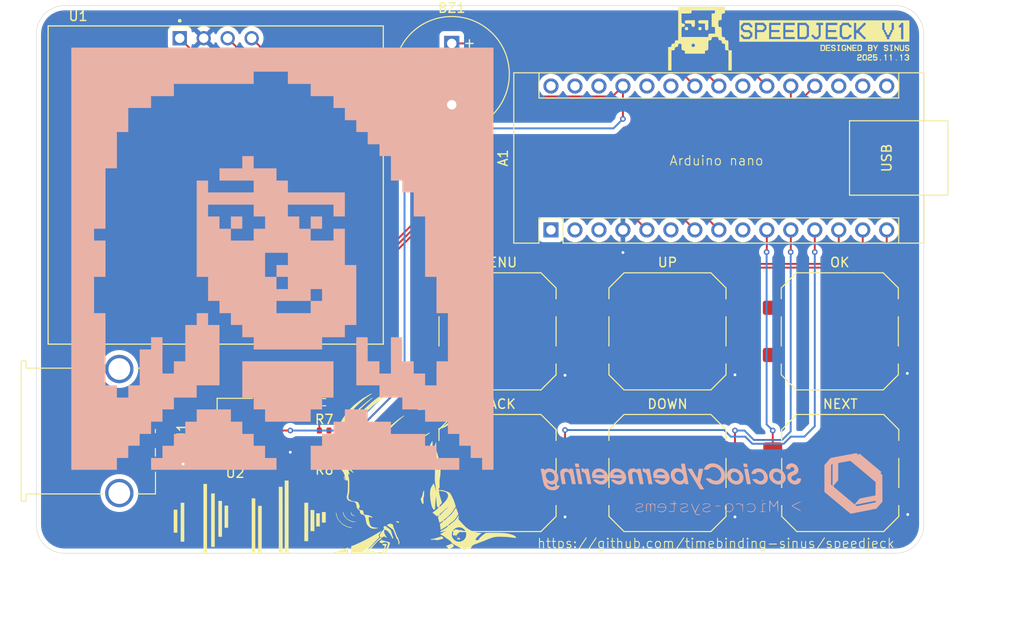
<source format=kicad_pcb>
(kicad_pcb (version 20241229) (generator "pcbnew") (generator_version "9.0")
  (title_block (title "CYBERNATOR's MODULE [Sensor]") (date "2025-09-16") (rev "1") (company "SOCIO-CYBEREENG") (comment 1 "CYBERNATOR") (comment 2 "S5-v1") (comment 3 "Made by CERCEL") (comment 4 "Sensor of Voice"))
  (layers (0 "F.Cu" signal) (2 "B.Cu" signal) (13 "F.Paste" user) (15 "B.Paste" user) (5 "F.SilkS" user "F.Silkscreen") (7 "B.SilkS" user "B.Silkscreen") (1 "F.Mask" user) (3 "B.Mask" user) (25 "Edge.Cuts" user))
  (net 0 "")
  (net 1 "GND")
  (net 2 "Net-(D1-A)")
  (net 3 "Net-(D2-A)")
  (net 7 "D2")
  (net 10 "D10")
  (net 11 "A1")
  (net 12 "A5")
  (net 13 "D8")
  (net 14 "A2")
  (net 17 "D9")
  (net 19 "+3.3V")
  (net 20 "D11")
  (net 23 "D12")
  (net 25 "D7")
  (net 26 "A0")
  (net 27 "D4")
  (net 31 "D5")
  (net 32 "A4")
  (net 33 "/Data-")
  (net 36 "/Data+")
  (net 37 "Net-(J1-VBUS)")
  (footprint "LED_SMD:LED_0402_1005Metric" (layer "F.Cu") (at 146.78 59.25)
    (property "Reference" "D1" (at 0 -1.17 0) (layer "F.SilkS"))
    (property "Value" "LED")
    (pad "1" smd roundrect (at -0.485 0) (size 0.59 0.64) (layers "F.Cu" "F.Mask" "F.Paste") (net 1 "GND"))
    (pad "2" smd roundrect (at 0.485 0) (size 0.59 0.64) (layers "F.Cu" "F.Mask" "F.Paste") (net 2 "Net-(D1-A)"))
  )
  (footprint "Resistor_SMD:R_0402_1005Metric" (layer "F.Cu") (at 135.49 82)
    (property "Reference" "R1" (at 0 -1.17 0) (layer "F.SilkS"))
    (property "Value" "2K2")
    (pad "1" smd roundrect (at -0.51 0) (size 0.54 0.64) (layers "F.Cu" "F.Mask" "F.Paste") (net 33 "/Data-"))
    (pad "2" smd roundrect (at 0.51 0) (size 0.54 0.64) (layers "F.Cu" "F.Mask" "F.Paste") (net 31 "D5"))
  )
  (footprint "SC:LCD_OLED_128X64_1.3_I2C" (layer "F.Cu") (at 124 59)
    (property "Reference" "U1" (at -14.575 -17.885 0) (layer "F.SilkS"))
    (property "Value" "Adafruit SSD1306 1.3 inch")
    (pad "1" thru_hole rect (at -3.81 -15.55) (size 1.508 1.508) (drill 1) (layers "*.Cu" "*.Mask") (net 19 "+3.3V"))
    (pad "2" thru_hole circle (at -1.27 -15.55) (size 1.508 1.508) (drill 1) (layers "*.Cu" "*.Mask") (net 1 "GND"))
    (pad "3" thru_hole circle (at 1.27 -15.55) (size 1.508 1.508) (drill 1) (layers "*.Cu" "*.Mask") (net 12 "A5"))
    (pad "4" thru_hole circle (at 3.81 -15.55) (size 1.508 1.508) (drill 1) (layers "*.Cu" "*.Mask") (net 32 "A4"))
  )
  (footprint "Resistor_SMD:R_0402_1005Metric" (layer "F.Cu") (at 149.27 59.25)
    (property "Reference" "R3" (at 0 -1.17 0) (layer "F.SilkS"))
    (property "Value" "1K")
    (pad "1" smd roundrect (at -0.51 0) (size 0.54 0.64) (layers "F.Cu" "F.Mask" "F.Paste") (net 2 "Net-(D1-A)"))
    (pad "2" smd roundrect (at 0.51 0) (size 0.54 0.64) (layers "F.Cu" "F.Mask" "F.Paste") (net 26 "A0"))
  )
  (footprint "Button_Switch_SMD:SW_Push_1P1T_NO_CK_PTS125Sx73SMTR" (layer "F.Cu") (at 171.85 74.5)
    (property "Reference" "UP" (at 0 -7.3 0) (layer "F.SilkS"))
    (property "Value" "SW_Push")
    (pad "1" smd roundrect (at -7.15 -2.5) (size 2 1.5) (layers "F.Cu" "F.Mask" "F.Paste") (roundrect_rratio 0.1666666667))
    (pad "1" smd roundrect (at 7.15 -2.5) (size 2 1.5) (layers "F.Cu" "F.Mask" "F.Paste") (roundrect_rratio 0.1666666667) (net 20 "D11"))
    (pad "2" smd roundrect (at -7.15 2.5) (size 2 1.5) (layers "F.Cu" "F.Mask" "F.Paste") (roundrect_rratio 0.1666666667))
    (pad "2" smd roundrect (at 7.15 2.5) (size 2 1.5) (layers "F.Cu" "F.Mask" "F.Paste") (roundrect_rratio 0.1666666667) (net 1 "GND"))
  )
  (footprint "Module:Arduino_Nano" (layer "F.Cu") (at 159.512 63.754 90)
    (property "Reference" "A1" (at 7.62 -5.08 90) (layer "F.SilkS"))
    (property "Value" "Arduino_Nano_v3.x")
    (fp_text user "USB" (at 7.62 35.56 90) (layer "F.SilkS"))
    (pad "1" thru_hole rect (at 0 0 90) (size 1.6 1.6) (drill 1) (layers "*.Cu" "*.Mask"))
    (pad "2" thru_hole oval (at 0 2.54 90) (size 1.6 1.6) (drill 1) (layers "*.Cu" "*.Mask"))
    (pad "3" thru_hole oval (at 0 5.08 90) (size 1.6 1.6) (drill 1) (layers "*.Cu" "*.Mask"))
    (pad "4" thru_hole oval (at 0 7.62 90) (size 1.6 1.6) (drill 1) (layers "*.Cu" "*.Mask") (net 1 "GND"))
    (pad "5" thru_hole oval (at 0 10.16 90) (size 1.6 1.6) (drill 1) (layers "*.Cu" "*.Mask") (net 7 "D2"))
    (pad "6" thru_hole oval (at 0 12.7 90) (size 1.6 1.6) (drill 1) (layers "*.Cu" "*.Mask"))
    (pad "7" thru_hole oval (at 0 15.24 90) (size 1.6 1.6) (drill 1) (layers "*.Cu" "*.Mask") (net 27 "D4"))
    (pad "8" thru_hole oval (at 0 17.78 90) (size 1.6 1.6) (drill 1) (layers "*.Cu" "*.Mask") (net 31 "D5"))
    (pad "9" thru_hole oval (at 0 20.32 90) (size 1.6 1.6) (drill 1) (layers "*.Cu" "*.Mask"))
    (pad "10" thru_hole oval (at 0 22.86 90) (size 1.6 1.6) (drill 1) (layers "*.Cu" "*.Mask") (net 25 "D7"))
    (pad "11" thru_hole oval (at 0 25.4 90) (size 1.6 1.6) (drill 1) (layers "*.Cu" "*.Mask") (net 13 "D8"))
    (pad "12" thru_hole oval (at 0 27.94 90) (size 1.6 1.6) (drill 1) (layers "*.Cu" "*.Mask") (net 17 "D9"))
    (pad "13" thru_hole oval (at 0 30.48 90) (size 1.6 1.6) (drill 1) (layers "*.Cu" "*.Mask") (net 10 "D10"))
    (pad "14" thru_hole oval (at 0 33.02 90) (size 1.6 1.6) (drill 1) (layers "*.Cu" "*.Mask") (net 20 "D11"))
    (pad "15" thru_hole oval (at 0 35.56 90) (size 1.6 1.6) (drill 1) (layers "*.Cu" "*.Mask") (net 23 "D12"))
    (pad "16" thru_hole oval (at 15.24 35.56 90) (size 1.6 1.6) (drill 1) (layers "*.Cu" "*.Mask"))
    (pad "17" thru_hole oval (at 15.24 33.02 90) (size 1.6 1.6) (drill 1) (layers "*.Cu" "*.Mask"))
    (pad "18" thru_hole oval (at 15.24 30.48 90) (size 1.6 1.6) (drill 1) (layers "*.Cu" "*.Mask"))
    (pad "19" thru_hole oval (at 15.24 27.94 90) (size 1.6 1.6) (drill 1) (layers "*.Cu" "*.Mask") (net 26 "A0"))
    (pad "20" thru_hole oval (at 15.24 25.4 90) (size 1.6 1.6) (drill 1) (layers "*.Cu" "*.Mask") (net 11 "A1"))
    (pad "21" thru_hole oval (at 15.24 22.86 90) (size 1.6 1.6) (drill 1) (layers "*.Cu" "*.Mask") (net 14 "A2"))
    (pad "22" thru_hole oval (at 15.24 20.32 90) (size 1.6 1.6) (drill 1) (layers "*.Cu" "*.Mask"))
    (pad "23" thru_hole oval (at 15.24 17.78 90) (size 1.6 1.6) (drill 1) (layers "*.Cu" "*.Mask") (net 32 "A4"))
    (pad "24" thru_hole oval (at 15.24 15.24 90) (size 1.6 1.6) (drill 1) (layers "*.Cu" "*.Mask") (net 12 "A5"))
    (pad "25" thru_hole oval (at 15.24 12.7 90) (size 1.6 1.6) (drill 1) (layers "*.Cu" "*.Mask"))
    (pad "26" thru_hole oval (at 15.24 10.16 90) (size 1.6 1.6) (drill 1) (layers "*.Cu" "*.Mask"))
    (pad "27" thru_hole oval (at 15.24 7.62 90) (size 1.6 1.6) (drill 1) (layers "*.Cu" "*.Mask") (net 19 "+3.3V"))
    (pad "28" thru_hole oval (at 15.24 5.08 90) (size 1.6 1.6) (drill 1) (layers "*.Cu" "*.Mask"))
    (pad "29" thru_hole oval (at 15.24 2.54 90) (size 1.6 1.6) (drill 1) (layers "*.Cu" "*.Mask"))
    (pad "30" thru_hole oval (at 15.24 0 90) (size 1.6 1.6) (drill 1) (layers "*.Cu" "*.Mask"))
  )
  (footprint "Logos:SpeedJeck1v_add" (layer "F.Cu") (at 188.456289 44.141672)
    (property "Reference" "G***" (hide yes))
    (property "Value" "LOGO" (hide yes))
  )
  (footprint "Resistor_SMD:R_0402_1005Metric" (layer "F.Cu") (at 135.51 88 180)
    (property "Reference" "R8" (at 0 -1.17 0) (layer "F.SilkS"))
    (property "Value" "68")
    (pad "1" smd roundrect (at -0.51 0 180) (size 0.54 0.64) (layers "F.Cu" "F.Mask" "F.Paste") (net 7 "D2"))
    (pad "2" smd roundrect (at 0.51 0 180) (size 0.54 0.64) (layers "F.Cu" "F.Mask" "F.Paste") (net 36 "/Data+"))
  )
  (footprint "Connector_USB:USB_A_TE_292303-7_Horizontal" (layer "F.Cu") (at 111.092 85.056 -90)
    (property "Reference" "J1" (at 0 -9.348 90) (layer "F.SilkS"))
    (property "Value" "USB_A")
    (pad "1" smd rect (at -3.5 -6.38 270) (size 1.25 3) (layers "F.Cu" "F.Mask" "F.Paste") (net 37 "Net-(J1-VBUS)"))
    (pad "2" smd rect (at -1 -6.38 270) (size 1.25 3) (layers "F.Cu" "F.Mask" "F.Paste") (net 33 "/Data-"))
    (pad "3" smd rect (at 1 -6.38 270) (size 1.25 3) (layers "F.Cu" "F.Mask" "F.Paste") (net 36 "/Data+"))
    (pad "4" smd rect (at 3.5 -6.38 270) (size 1.25 3) (layers "F.Cu" "F.Mask" "F.Paste") (net 1 "GND"))
    (pad "5" thru_hole circle (at -6.57 -2.7 270) (size 3 3) (drill 2.3) (property pad_prop_heatsink) (layers "*.Cu" "*.Mask"))
    (pad "5" thru_hole circle (at 6.57 -2.7 270) (size 3 3) (drill 2.3) (property pad_prop_heatsink) (layers "*.Cu" "*.Mask"))
  )
  (footprint "Resistor_SMD:R_0402_1005Metric" (layer "F.Cu") (at 135.49 85)
    (property "Reference" "R7" (at 0 -1.17 0) (layer "F.SilkS"))
    (property "Value" "68")
    (pad "1" smd roundrect (at -0.51 0) (size 0.54 0.64) (layers "F.Cu" "F.Mask" "F.Paste") (net 33 "/Data-"))
    (pad "2" smd roundrect (at 0.51 0) (size 0.54 0.64) (layers "F.Cu" "F.Mask" "F.Paste") (net 27 "D4"))
  )
  (footprint "Resistor_SMD:R_0402_1005Metric" (layer "F.Cu") (at 149.26 57)
    (property "Reference" "R2" (at 0 -1.17 0) (layer "F.SilkS"))
    (property "Value" "1K")
    (pad "1" smd roundrect (at -0.51 0) (size 0.54 0.64) (layers "F.Cu" "F.Mask" "F.Paste") (net 3 "Net-(D2-A)"))
    (pad "2" smd roundrect (at 0.51 0) (size 0.54 0.64) (layers "F.Cu" "F.Mask" "F.Paste") (net 11 "A1"))
  )
  (footprint "Button_Switch_SMD:SW_Push_1P1T_NO_CK_PTS125Sx73SMTR" (layer "F.Cu") (at 153.85 89.5)
    (property "Reference" "BACK" (at 0 -7.3 0) (layer "F.SilkS"))
    (property "Value" "SW_Push")
    (pad "1" smd roundrect (at -7.15 -2.5) (size 2 1.5) (layers "F.Cu" "F.Mask" "F.Paste") (roundrect_rratio 0.1666666667))
    (pad "1" smd roundrect (at 7.15 -2.5) (size 2 1.5) (layers "F.Cu" "F.Mask" "F.Paste") (roundrect_rratio 0.1666666667) (net 17 "D9"))
    (pad "2" smd roundrect (at -7.15 2.5) (size 2 1.5) (layers "F.Cu" "F.Mask" "F.Paste") (roundrect_rratio 0.1666666667))
    (pad "2" smd roundrect (at 7.15 2.5) (size 2 1.5) (layers "F.Cu" "F.Mask" "F.Paste") (roundrect_rratio 0.1666666667) (net 1 "GND"))
  )
  (footprint "Buzzer_Beeper:MagneticBuzzer_ProSignal_ABT-410-RC" (layer "F.Cu") (at 149 44 -90)
    (property "Reference" "BZ1" (at -3.75 0 180) (layer "F.SilkS"))
    (property "Value" "Buzzer")
    (fp_text user "+" (at 0 -1.8 90) (layer "F.SilkS"))
    (pad "1" thru_hole rect (at 0 0 270) (size 1.6 1.6) (drill 1) (layers "*.Cu" "*.Mask") (net 14 "A2"))
    (pad "2" thru_hole circle (at 6.5 0 270) (size 1.6 1.6) (drill 1) (layers "*.Cu" "*.Mask") (net 1 "GND"))
  )
  (footprint "Button_Switch_SMD:SW_Push_1P1T_NO_CK_PTS125Sx73SMTR" (layer "F.Cu") (at 190.15 89.5)
    (property "Reference" "NEXT" (at 0 -7.3 0) (layer "F.SilkS"))
    (property "Value" "SW_Push")
    (pad "1" smd roundrect (at -7.15 -2.5) (size 2 1.5) (layers "F.Cu" "F.Mask" "F.Paste") (roundrect_rratio 0.1666666667) (net 25 "D7"))
    (pad "1" smd roundrect (at 7.15 -2.5) (size 2 1.5) (layers "F.Cu" "F.Mask" "F.Paste") (roundrect_rratio 0.1666666667))
    (pad "2" smd roundrect (at -7.15 2.5) (size 2 1.5) (layers "F.Cu" "F.Mask" "F.Paste") (roundrect_rratio 0.1666666667))
    (pad "2" smd roundrect (at 7.15 2.5) (size 2 1.5) (layers "F.Cu" "F.Mask" "F.Paste") (roundrect_rratio 0.1666666667) (net 1 "GND"))
  )
  (footprint "Logos:Linara" (layer "F.Cu") (at 138.938 88.138)
    (property "Reference" "G***" (hide yes))
    (property "Value" "LOGO" (hide yes))
  )
  (footprint "Button_Switch_SMD:SW_Push_1P1T_NO_CK_PTS125Sx73SMTR" (layer "F.Cu") (at 153.85 74.5)
    (property "Reference" "MENU" (at 0 -7.3 0) (layer "F.SilkS"))
    (property "Value" "SW_Push")
    (pad "1" smd roundrect (at -7.15 -2.5) (size 2 1.5) (layers "F.Cu" "F.Mask" "F.Paste") (roundrect_rratio 0.1666666667))
    (pad "1" smd roundrect (at 7.15 -2.5) (size 2 1.5) (layers "F.Cu" "F.Mask" "F.Paste") (roundrect_rratio 0.1666666667) (net 10 "D10"))
    (pad "2" smd roundrect (at -7.15 2.5) (size 2 1.5) (layers "F.Cu" "F.Mask" "F.Paste") (roundrect_rratio 0.1666666667))
    (pad "2" smd roundrect (at 7.15 2.5) (size 2 1.5) (layers "F.Cu" "F.Mask" "F.Paste") (roundrect_rratio 0.1666666667) (net 1 "GND"))
  )
  (footprint "Button_Switch_SMD:SW_Push_1P1T_NO_CK_PTS125Sx73SMTR" (layer "F.Cu") (at 171.85 89.5)
    (property "Reference" "DOWN" (at 0 -7.3 0) (layer "F.SilkS"))
    (property "Value" "SW_Push")
    (pad "1" smd roundrect (at -7.15 -2.5) (size 2 1.5) (layers "F.Cu" "F.Mask" "F.Paste") (roundrect_rratio 0.1666666667))
    (pad "1" smd roundrect (at 7.15 -2.5) (size 2 1.5) (layers "F.Cu" "F.Mask" "F.Paste") (roundrect_rratio 0.1666666667) (net 13 "D8"))
    (pad "2" smd roundrect (at -7.15 2.5) (size 2 1.5) (layers "F.Cu" "F.Mask" "F.Paste") (roundrect_rratio 0.1666666667))
    (pad "2" smd roundrect (at 7.15 2.5) (size 2 1.5) (layers "F.Cu" "F.Mask" "F.Paste") (roundrect_rratio 0.1666666667) (net 1 "GND"))
  )
  (footprint "Logos:Jack" (layer "F.Cu") (at 175.006 42.926)
    (property "Reference" "G***" (hide yes))
    (property "Value" "LOGO" (hide yes))
  )
  (footprint "LED_SMD:LED_0402_1005Metric" (layer "F.Cu") (at 146.77 57)
    (property "Reference" "D2" (at 0 -1.17 0) (layer "F.SilkS"))
    (property "Value" "LED")
    (pad "1" smd roundrect (at -0.485 0) (size 0.59 0.64) (layers "F.Cu" "F.Mask" "F.Paste") (net 1 "GND"))
    (pad "2" smd roundrect (at 0.485 0) (size 0.59 0.64) (layers "F.Cu" "F.Mask" "F.Paste") (net 3 "Net-(D2-A)"))
  )
  (footprint "Button_Switch_SMD:SW_Push_1P1T_NO_CK_PTS125Sx73SMTR" (layer "F.Cu") (at 190.1 74.5)
    (property "Reference" "OK" (at 0 -7.3 0) (layer "F.SilkS"))
    (property "Value" "SW_Push")
    (pad "1" smd roundrect (at -7.15 -2.5) (size 2 1.5) (layers "F.Cu" "F.Mask" "F.Paste") (roundrect_rratio 0.1666666667))
    (pad "1" smd roundrect (at 7.15 -2.5) (size 2 1.5) (layers "F.Cu" "F.Mask" "F.Paste") (roundrect_rratio 0.1666666667) (net 23 "D12"))
    (pad "2" smd roundrect (at -7.15 2.5) (size 2 1.5) (layers "F.Cu" "F.Mask" "F.Paste") (roundrect_rratio 0.1666666667))
    (pad "2" smd roundrect (at 7.15 2.5) (size 2 1.5) (layers "F.Cu" "F.Mask" "F.Paste") (roundrect_rratio 0.1666666667) (net 1 "GND"))
  )
  (footprint "Package_TO_SOT_SMD:SOT-223-3_TabPin2" (layer "F.Cu") (at 126.06 85 180)
    (property "Reference" "U2" (at 0 -4.5 0) (layer "F.SilkS"))
    (property "Value" "AMS1117-3.3")
    (pad "1" smd roundrect (at -3.15 -2.3 180) (size 2 1.5) (layers "F.Cu" "F.Mask" "F.Paste") (net 1 "GND"))
    (pad "2" smd roundrect (at -3.15 0 180) (size 2 1.5) (layers "F.Cu" "F.Mask" "F.Paste") (net 19 "+3.3V"))
    (pad "2" smd roundrect (at 3.15 0 180) (size 2 3.8) (layers "F.Cu" "F.Mask" "F.Paste") (net 19 "+3.3V"))
    (pad "3" smd roundrect (at -3.15 2.3 180) (size 2 1.5) (layers "F.Cu" "F.Mask" "F.Paste") (net 37 "Net-(J1-VBUS)"))
  )
  (footprint "Logos:SC" (layer "B.Cu") (at 178 91 180)
    (property "Reference" "G***" (hide yes))
    (property "Value" "LOGO" (hide yes))
  )
  (footprint "Logos:Nowo" (layer "B.Cu") (at 131.064 66.802 180)
    (property "Reference" "G***" (hide yes))
    (property "Value" "LOGO" (hide yes))
  )
  (gr_arc (start 199 95) (mid 198.12132 97.12132) (end 196 98) (stroke (width 0.05)) (layer "Edge.Cuts"))
  (gr_line (start 105 43) (end 105 95) (stroke (width 0.05)) (layer "Edge.Cuts"))
  (gr_arc (start 107.999999 98) (mid 105.878679 97.12132) (end 104.999999 95) (stroke (width 0.05)) (layer "Edge.Cuts"))
  (gr_arc (start 196 40) (mid 198.12132 40.87868) (end 199 43) (stroke (width 0.05)) (layer "Edge.Cuts"))
  (gr_line (start 199 43) (end 199 95) (stroke (width 0.05)) (layer "Edge.Cuts"))
  (gr_arc (start 105 43) (mid 105.87868 40.87868) (end 108 40) (stroke (width 0.05)) (layer "Edge.Cuts"))
  (gr_line (start 196 98) (end 108 98) (stroke (width 0.05)) (layer "Edge.Cuts"))
  (gr_line (start 108 40) (end 196 40) (stroke (width 0.05)) (layer "Edge.Cuts"))
  (gr_text "https://github.com/timebinding-sinus/speedjeck" (at 157.988 97.536 -0) (layer "F.SilkS") (effects (font (size 1 1) (thickness 0.1)) (justify left bottom)))
  (gr_text "Arduino nano" (at 172 57 0) (layer "F.SilkS") (effects (font (size 1 1) (thickness 0.1)) (justify left bottom)))
  (segment (start 129.15 87.3) (end 131.9 87.3) (width 0.2) (layer "F.Cu") (net 1))
  (segment (start 146.285 55.615) (end 149 52.9) (width 0.2) (layer "F.Cu") (net 1))
  (segment (start 146.295 59.25) (end 146.295 57.01) (width 0.2) (layer "F.Cu") (net 1))
  (segment (start 146.295 57.01) (end 146.285 57) (width 0.2) (layer "F.Cu") (net 1))
  (segment (start 179 94.15) (end 179 92) (width 0.2) (layer "F.Cu") (net 1))
  (segment (start 149 52.9) (end 149 50.5) (width 0.2) (layer "F.Cu") (net 1))
  (segment (start 167.132 66.15) (end 167.132 63.754) (width 0.2) (layer "F.Cu") (net 1))
  (segment (start 161 92) (end 161 94.15) (width 0.2) (layer "F.Cu") (net 1))
  (segment (start 146.285 57) (end 146.285 55.615) (width 0.2) (layer "F.Cu") (net 1))
  (segment (start 179 77) (end 179 79.1) (width 0.2) (layer "F.Cu") (net 1))
  (segment (start 197.25 77) (end 197.25 78.95) (width 0.2) (layer "F.Cu") (net 1))
  (segment (start 197.3 92) (end 197.3 93.9) (width 0.2) (layer "F.Cu") (net 1))
  (segment (start 161 77) (end 161 79.15) (width 0.2) (layer "F.Cu") (net 1))
  (segment (start 120.544 88.556) (end 117.472 88.556) (width 0.2) (layer "F.Cu") (net 1))
  (segment (start 120.55 88.55) (end 120.544 88.556) (width 0.2) (layer "F.Cu") (net 1))
  (via (at 197.25 78.95) (size 0.6) (drill 0.3) (layers "F.Cu" "B.Cu") (net 1))
  (via (at 179 79.1) (size 0.6) (drill 0.3) (layers "F.Cu" "B.Cu") (net 1))
  (via (at 161 79.15) (size 0.6) (drill 0.3) (layers "F.Cu" "B.Cu") (net 1))
  (via (at 167.132 66.15) (size 0.6) (drill 0.3) (layers "F.Cu" "B.Cu") (net 1))
  (via (at 120.55 88.55) (size 0.6) (drill 0.3) (layers "F.Cu" "B.Cu") (net 1))
  (via (at 131.9 87.3) (size 0.6) (drill 0.3) (layers "F.Cu" "B.Cu") (net 1))
  (via (at 197.3 93.9) (size 0.6) (drill 0.3) (layers "F.Cu" "B.Cu") (net 1))
  (via (at 161 94.15) (size 0.6) (drill 0.3) (layers "F.Cu" "B.Cu") (net 1))
  (via (at 179 94.15) (size 0.6) (drill 0.3) (layers "F.Cu" "B.Cu") (net 1))
  (segment (start 148.76 59.25) (end 147.265 59.25) (width 0.2) (layer "F.Cu") (net 2))
  (segment (start 148.75 57) (end 147.255 57) (width 0.2) (layer "F.Cu") (net 3))
  (segment (start 143.0671 66.0671) (end 147.3322 61.802) (width 0.2) (layer "F.Cu") (net 7))
  (segment (start 143.0671 80.9529) (end 143.0671 66.0671) (width 0.2) (layer "F.Cu") (net 7))
  (segment (start 167.72 61.802) (end 169.672 63.754) (width 0.2) (layer "F.Cu") (net 7))
  (segment (start 136.02 88) (end 143.0671 80.9529) (width 0.2) (layer "F.Cu") (net 7))
  (segment (start 147.3322 61.802) (end 167.72 61.802) (width 0.2) (layer "F.Cu") (net 7))
  (segment (start 189.992 66.357) (end 189 67.349) (width 0.2) (layer "F.Cu") (net 10))
  (segment (start 189 67.349) (end 180.0839 67.349) (width 0.2) (layer "F.Cu") (net 10))
  (segment (start 189.992 63.754) (end 189.992 66.357) (width 0.2) (layer "F.Cu") (net 10))
  (segment (start 176.4839 70.949) (end 162.051 70.949) (width 0.2) (layer "F.Cu") (net 10))
  (segment (start 162.051 70.949) (end 161 72) (width 0.2) (layer "F.Cu") (net 10))
  (segment (start 180.0839 67.349) (end 176.4839 70.949) (width 0.2) (layer "F.Cu") (net 10))
  (segment (start 184.912 55.088) (end 183 57) (width 0.2) (layer "F.Cu") (net 11))
  (segment (start 183 57) (end 149.77 57) (width 0.2) (layer "F.Cu") (net 11))
  (segment (start 184.912 48.514) (end 184.912 55.088) (width 0.2) (layer "F.Cu") (net 11))
  (segment (start 174.752 48.514) (end 173.238 47) (width 0.2) (layer "F.Cu") (net 12))
  (segment (start 173.238 47) (end 128.82 47) (width 0.2) (layer "F.Cu") (net 12))
  (segment (start 128.82 47) (end 125.27 43.45) (width 0.2) (layer "F.Cu") (net 12))
  (segment (start 184.912 66.088) (end 184.9 66.1) (width 0.2) (layer "F.Cu") (net 13))
  (segment (start 184.912 63.754) (end 184.912 66.088) (width 0.2) (layer "F.Cu") (net 13))
  (segment (start 179 87) (end 179 85) (width 0.2) (layer "F.Cu") (net 13))
  (via (at 179 85) (size 0.6) (drill 0.3) (layers "F.Cu" "B.Cu") (net 13))
  (via (at 184.9 66.1) (size 0.6) (drill 0.3) (layers "F.Cu" "B.Cu") (net 13))
  (segment (start 184 86) (end 181 86) (width 0.2) (layer "B.Cu") (net 13))
  (segment (start 184.9 66.1) (end 184.9 85.1) (width 0.2) (layer "B.Cu") (net 13))
  (segment (start 180 85) (end 179 85) (width 0.2) (layer "B.Cu") (net 13))
  (segment (start 184.9 85.1) (end 184 86) (width 0.2) (layer "B.Cu") (net 13))
  (segment (start 181 86) (end 180 85) (width 0.2) (layer "B.Cu") (net 13))
  (segment (start 177.858 44) (end 149 44) (width 0.2) (layer "F.Cu") (net 14))
  (segment (start 182.372 48.514) (end 177.858 44) (width 0.2) (layer "F.Cu") (net 14))
  (segment (start 187.45 66.1) (end 187.452 66.098) (width 0.2) (layer "F.Cu") (net 17))
  (segment (start 187.452 66.098) (end 187.452 63.754) (width 0.2) (layer "F.Cu") (net 17))
  (segment (start 161 87) (end 161 84.95) (width 0.2) (layer "F.Cu") (net 17))
  (via (at 161 84.95) (size 0.6) (drill 0.3) (layers "F.Cu" "B.Cu") (net 17))
  (via (at 187.45 66.1) (size 0.6) (drill 0.3) (layers "F.Cu" "B.Cu") (net 17))
  (segment (start 180.0829 85.65) (end 180.8339 86.401) (width 0.2) (layer "B.Cu") (net 17))
  (segment (start 161 84.95) (end 177.85 84.95) (width 0.2) (layer "B.Cu") (net 17))
  (segment (start 184.9171 85.65) (end 186.35 85.65) (width 0.2) (layer "B.Cu") (net 17))
  (segment (start 186.35 85.65) (end 187.45 84.55) (width 0.2) (layer "B.Cu") (net 17))
  (segment (start 184.1661 86.401) (end 184.9171 85.65) (width 0.2) (layer "B.Cu") (net 17))
  (segment (start 178.55 85.65) (end 180.0829 85.65) (width 0.2) (layer "B.Cu") (net 17))
  (segment (start 177.85 84.95) (end 178.55 85.65) (width 0.2) (layer "B.Cu") (net 17))
  (segment (start 180.8339 86.401) (end 184.1661 86.401) (width 0.2) (layer "B.Cu") (net 17))
  (segment (start 187.45 84.55) (end 187.45 66.1) (width 0.2) (layer "B.Cu") (net 17))
  (segment (start 129.15 85) (end 131.9 85) (width 0.2) (layer "F.Cu") (net 19))
  (segment (start 124.74 48) (end 120.19 43.45) (width 0.2) (layer "F.Cu") (net 19))
  (segment (start 167.132 52) (end 167.132 48.514) (width 0.2) (layer "F.Cu") (net 19))
  (segment (start 166.031 49.615) (end 157.615 49.615) (width 0.2) (layer "F.Cu") (net 19))
  (segment (start 157.615 49.615) (end 156 48) (width 0.2) (layer "F.Cu") (net 19))
  (segment (start 156 48) (end 124.74 48) (width 0.2) (layer "F.Cu") (net 19))
  (segment (start 167.132 48.514) (end 166.031 49.615) (width 0.2) (layer "F.Cu") (net 19))
  (via (at 167.132 52) (size 0.6) (drill 0.3) (layers "F.Cu" "B.Cu") (net 19))
  (via (at 131.9 85) (size 0.6) (drill 0.3) (layers "F.Cu" "B.Cu") (net 19))
  (segment (start 148 53) (end 144 57) (width 0.2) (layer "B.Cu") (net 19))
  (segment (start 144 57) (end 144 80) (width 0.2) (layer "B.Cu") (net 19))
  (segment (start 139 85) (end 131.9 85) (width 0.2) (layer "B.Cu") (net 19))
  (segment (start 167.132 52) (end 166.132 53) (width 0.2) (layer "B.Cu") (net 19))
  (segment (start 144 80) (end 139 85) (width 0.2) (layer "B.Cu") (net 19))
  (segment (start 166.132 53) (end 148 53) (width 0.2) (layer "B.Cu") (net 19))
  (segment (start 179 72) (end 179 69) (width 0.2) (layer "F.Cu") (net 20))
  (segment (start 192.532 66.218) (end 192.532 63.754) (width 0.2) (layer "F.Cu") (net 20))
  (segment (start 180.25 67.75) (end 191 67.75) (width 0.2) (layer "F.Cu") (net 20))
  (segment (start 191 67.75) (end 192.532 66.218) (width 0.2) (layer "F.Cu") (net 20))
  (segment (start 179 69) (end 180.25 67.75) (width 0.2) (layer "F.Cu") (net 20))
  (segment (start 197.25 69.5) (end 195.072 67.322) (width 0.2) (layer "F.Cu") (net 23))
  (segment (start 195.072 67.322) (end 195.072 63.754) (width 0.2) (layer "F.Cu") (net 23))
  (segment (start 197.25 72) (end 197.25 69.5) (width 0.2) (layer "F.Cu") (net 23))
  (segment (start 182.372 63.754) (end 182.372 66.078) (width 0.2) (layer "F.Cu") (net 25))
  (segment (start 182.372 66.078) (end 182.35 66.1) (width 0.2) (layer "F.Cu") (net 25))
  (segment (start 183 87) (end 183 85) (width 0.2) (layer "F.Cu") (net 25))
  (via (at 183 85) (size 0.6) (drill 0.3) (layers "F.Cu" "B.Cu") (net 25))
  (via (at 182.35 66.1) (size 0.6) (drill 0.3) (layers "F.Cu" "B.Cu") (net 25))
  (segment (start 182.35 84.35) (end 183 85) (width 0.2) (layer "B.Cu") (net 25))
  (segment (start 182.35 66.1) (end 182.35 84.35) (width 0.2) (layer "B.Cu") (net 25))
  (segment (start 183.1661 57.401) (end 185.313 55.2541) (width 0.2) (layer "F.Cu") (net 26))
  (segment (start 151.151 59.25) (end 153 57.401) (width 0.2) (layer "F.Cu") (net 26))
  (segment (start 153 57.401) (end 183.1661 57.401) (width 0.2) (layer "F.Cu") (net 26))
  (segment (start 185.313 50.653) (end 187.452 48.514) (width 0.2) (layer "F.Cu") (net 26))
  (segment (start 149.78 59.25) (end 151.151 59.25) (width 0.2) (layer "F.Cu") (net 26))
  (segment (start 185.313 55.2541) (end 185.313 50.653) (width 0.2) (layer "F.Cu") (net 26))
  (segment (start 188 49.062) (end 187.452 48.514) (width 0.2) (layer "F.Cu") (net 26))
  (segment (start 142.401 79.599) (end 142.401 66.1661) (width 0.2) (layer "F.Cu") (net 27))
  (segment (start 137 85) (end 142.401 79.599) (width 0.2) (layer "F.Cu") (net 27))
  (segment (start 147.1661 61.401) (end 172.399 61.401) (width 0.2) (layer "F.Cu") (net 27))
  (segment (start 136 85) (end 137 85) (width 0.2) (layer "F.Cu") (net 27))
  (segment (start 172.399 61.401) (end 174.752 63.754) (width 0.2) (layer "F.Cu") (net 27))
  (segment (start 142.401 66.1661) (end 147.1661 61.401) (width 0.2) (layer "F.Cu") (net 27))
  (segment (start 142 66) (end 147 61) (width 0.2) (layer "F.Cu") (net 31))
  (segment (start 138 82) (end 142 78) (width 0.2) (layer "F.Cu") (net 31))
  (segment (start 136 82) (end 138 82) (width 0.2) (layer "F.Cu") (net 31))
  (segment (start 147 61) (end 174.538 61) (width 0.2) (layer "F.Cu") (net 31))
  (segment (start 174.538 61) (end 177.292 63.754) (width 0.2) (layer "F.Cu") (net 31))
  (segment (start 142 78) (end 142 66) (width 0.2) (layer "F.Cu") (net 31))
  (segment (start 127.81 43.45) (end 130.959 46.599) (width 0.2) (layer "F.Cu") (net 32))
  (segment (start 175.377 46.599) (end 177.292 48.514) (width 0.2) (layer "F.Cu") (net 32))
  (segment (start 130.959 46.599) (end 175.377 46.599) (width 0.2) (layer "F.Cu") (net 32))
  (segment (start 115.671 82.482) (end 115.671 80.63) (width 0.2) (layer "F.Cu") (net 33))
  (segment (start 134.98 80.98) (end 134.98 82) (width 0.2) (layer "F.Cu") (net 33))
  (segment (start 134.98 85) (end 134.98 82) (width 0.2) (layer "F.Cu") (net 33))
  (segment (start 134 80) (end 134.98 80.98) (width 0.2) (layer "F.Cu") (net 33))
  (segment (start 115.671 80.63) (end 116.301 80) (width 0.2) (layer "F.Cu") (net 33))
  (segment (start 117.245 84.056) (end 115.671 82.482) (width 0.2) (layer "F.Cu") (net 33))
  (segment (start 117.472 84.056) (end 117.245 84.056) (width 0.2) (layer "F.Cu") (net 33))
  (segment (start 116.301 80) (end 134 80) (width 0.2) (layer "F.Cu") (net 33))
  (segment (start 115.671 87.63) (end 115.671 89.671) (width 0.2) (layer "F.Cu") (net 36))
  (segment (start 117.472 86.056) (end 117.245 86.056) (width 0.2) (layer "F.Cu") (net 36))
  (segment (start 135 89) (end 135 88) (width 0.2) (layer "F.Cu") (net 36))
  (segment (start 116 90) (end 134 90) (width 0.2) (layer "F.Cu") (net 36))
  (segment (start 117.245 86.056) (end 115.671 87.63) (width 0.2) (layer "F.Cu") (net 36))
  (segment (start 134 90) (end 135 89) (width 0.2) (layer "F.Cu") (net 36))
  (segment (start 115.671 89.671) (end 116 90) (width 0.2) (layer "F.Cu") (net 36))
  (segment (start 122.556 81.556) (end 123.7 82.7) (width 0.2) (layer "F.Cu") (net 37))
  (segment (start 117.472 81.556) (end 122.556 81.556) (width 0.2) (layer "F.Cu") (net 37))
  (segment (start 123.7 82.7) (end 129.15 82.7) (width 0.2) (layer "F.Cu") (net 37))
  (zone (net 1) (net_name "GND") (layer "B.Cu") (priority 1) (connect_pads (clearance 0.5)) (min_thickness 0.25) (fill yes (thermal_gap 0.5) (thermal_bridge_width 0.5))
    (polygon (pts (xy 104.87868 39.75736) (xy 199.12132 39.75736) (xy 199.12132 98) (xy 104.87868 98)))
  )
)
</source>
